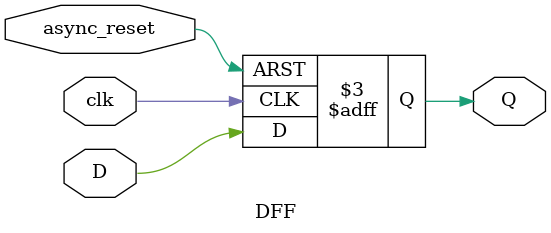
<source format=v>
`timescale 1ns / 1ps

module DFF(D,clk,async_reset,Q);
input D; // Data input 
input clk; // clock input 
input async_reset; // asynchronous reset high level
output reg Q; // output Q 
always @(posedge clk or posedge async_reset) 
begin
 if(async_reset==1'b1)
  Q <= 1'b0; 
 else 
  Q <= D; 
end

endmodule

</source>
